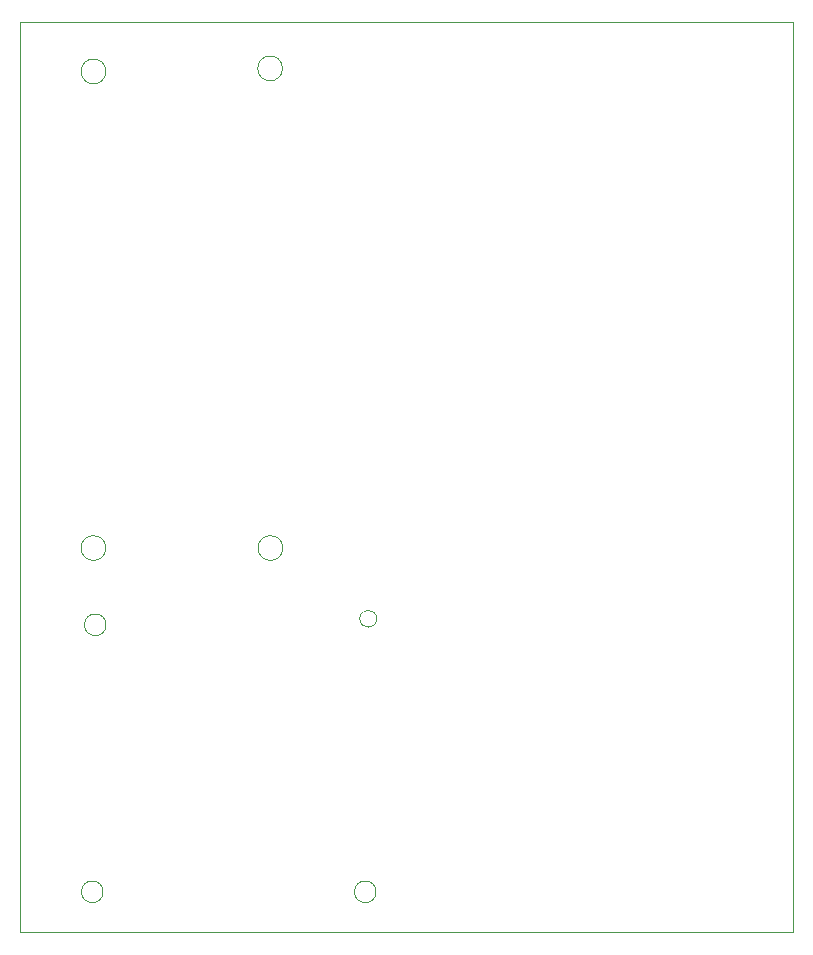
<source format=gbr>
%TF.GenerationSoftware,KiCad,Pcbnew,8.0.7*%
%TF.CreationDate,2024-12-24T10:00:38+05:30*%
%TF.ProjectId,task1,7461736b-312e-46b6-9963-61645f706362,rev?*%
%TF.SameCoordinates,Original*%
%TF.FileFunction,Profile,NP*%
%FSLAX46Y46*%
G04 Gerber Fmt 4.6, Leading zero omitted, Abs format (unit mm)*
G04 Created by KiCad (PCBNEW 8.0.7) date 2024-12-24 10:00:38*
%MOMM*%
%LPD*%
G01*
G04 APERTURE LIST*
%TA.AperFunction,Profile*%
%ADD10C,0.050000*%
%TD*%
G04 APERTURE END LIST*
D10*
X133750000Y-59500000D02*
X199250000Y-59500000D01*
X199250000Y-136500000D01*
X133750000Y-136500000D01*
X133750000Y-59500000D01*
%TO.C,arduino_nano1*%
X141047269Y-63640000D02*
G75*
G02*
X138952731Y-63640000I-1047269J0D01*
G01*
X138952731Y-63640000D02*
G75*
G02*
X141047269Y-63640000I1047269J0D01*
G01*
X141047269Y-103994732D02*
G75*
G02*
X138952731Y-103994732I-1047269J0D01*
G01*
X138952731Y-103994732D02*
G75*
G02*
X141047269Y-103994732I1047269J0D01*
G01*
X156002001Y-63386000D02*
G75*
G02*
X153907463Y-63386000I-1047269J0D01*
G01*
X153907463Y-63386000D02*
G75*
G02*
X156002001Y-63386000I1047269J0D01*
G01*
X156033269Y-103994732D02*
G75*
G02*
X153938731Y-103994732I-1047269J0D01*
G01*
X153938731Y-103994732D02*
G75*
G02*
X156033269Y-103994732I1047269J0D01*
G01*
%TO.C,U1*%
X140809810Y-133098000D02*
G75*
G02*
X138978190Y-133098000I-915810J0D01*
G01*
X138978190Y-133098000D02*
G75*
G02*
X140809810Y-133098000I915810J0D01*
G01*
X141063810Y-110492000D02*
G75*
G02*
X139232190Y-110492000I-915810J0D01*
G01*
X139232190Y-110492000D02*
G75*
G02*
X141063810Y-110492000I915810J0D01*
G01*
X163923810Y-133098000D02*
G75*
G02*
X162092190Y-133098000I-915810J0D01*
G01*
X162092190Y-133098000D02*
G75*
G02*
X163923810Y-133098000I915810J0D01*
G01*
X163980420Y-109984000D02*
G75*
G02*
X162543580Y-109984000I-718420J0D01*
G01*
X162543580Y-109984000D02*
G75*
G02*
X163980420Y-109984000I718420J0D01*
G01*
%TD*%
M02*

</source>
